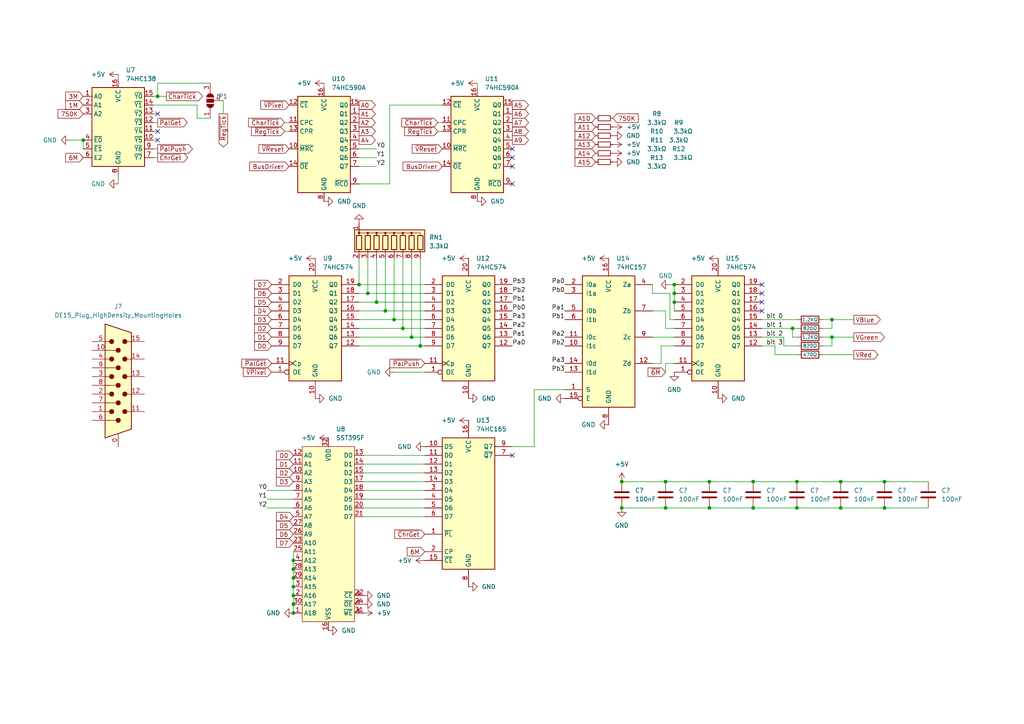
<source format=kicad_sch>
(kicad_sch (version 20230121) (generator eeschema)
  (paper "A4")
  (title_block (title "Video"))
  (lib_symbols
    (symbol "74xx:74HC138"
      (property "Reference" "U" (at -7.62 13.97 0))
      (property "Value" "74HC138" (at 2.54 -11.43 0))
      (symbol "74HC138_0_1"
        (rectangle (start -7.62 12.7) (end 7.62 -10.16) (stroke (width 0.254)) (fill (type background)))
      )
      (symbol "74HC138_1_1"
        (pin input line (at -10.16 10.16 0) (length 2.54) (name "A0") (number "1"))
        (pin output line (at 10.16 -2.54 180) (length 2.54) (name "~{Y5}") (number "10"))
        (pin output line (at 10.16 0 180) (length 2.54) (name "~{Y4}") (number "11"))
        (pin output line (at 10.16 2.54 180) (length 2.54) (name "~{Y3}") (number "12"))
        (pin output line (at 10.16 5.08 180) (length 2.54) (name "~{Y2}") (number "13"))
        (pin output line (at 10.16 7.62 180) (length 2.54) (name "~{Y1}") (number "14"))
        (pin output line (at 10.16 10.16 180) (length 2.54) (name "~{Y0}") (number "15"))
        (pin power_in line (at 0 15.24 270) (length 2.54) (name "VCC") (number "16"))
        (pin input line (at -10.16 7.62 0) (length 2.54) (name "A1") (number "2"))
        (pin input line (at -10.16 5.08 0) (length 2.54) (name "A2") (number "3"))
        (pin input line (at -10.16 -2.54 0) (length 2.54) (name "~{E0}") (number "4"))
        (pin input line (at -10.16 -5.08 0) (length 2.54) (name "~{E1}") (number "5"))
        (pin input line (at -10.16 -7.62 0) (length 2.54) (name "E2") (number "6"))
        (pin output line (at 10.16 -7.62 180) (length 2.54) (name "~{Y7}") (number "7"))
        (pin power_in line (at 0 -12.7 90) (length 2.54) (name "GND") (number "8"))
        (pin output line (at 10.16 -5.08 180) (length 2.54) (name "~{Y6}") (number "9"))
      )
    )
    (symbol "74xx:74HC165"
      (property "Reference" "U" (at -7.62 19.05 0))
      (property "Value" "74HC165" (at -7.62 -21.59 0))
      (symbol "74HC165_1_0"
        (pin input line (at -12.7 -10.16 0) (length 5.08) (name "~{PL}") (number "1"))
        (pin input line (at -12.7 15.24 0) (length 5.08) (name "DS") (number "10"))
        (pin input line (at -12.7 12.7 0) (length 5.08) (name "D0") (number "11"))
        (pin input line (at -12.7 10.16 0) (length 5.08) (name "D1") (number "12"))
        (pin input line (at -12.7 7.62 0) (length 5.08) (name "D2") (number "13"))
        (pin input line (at -12.7 5.08 0) (length 5.08) (name "D3") (number "14"))
        (pin input line (at -12.7 -17.78 0) (length 5.08) (name "~{CE}") (number "15"))
        (pin power_in line (at 0 22.86 270) (length 5.08) (name "VCC") (number "16"))
        (pin input line (at -12.7 -15.24 0) (length 5.08) (name "CP") (number "2"))
        (pin input line (at -12.7 2.54 0) (length 5.08) (name "D4") (number "3"))
        (pin input line (at -12.7 0 0) (length 5.08) (name "D5") (number "4"))
        (pin input line (at -12.7 -2.54 0) (length 5.08) (name "D6") (number "5"))
        (pin input line (at -12.7 -5.08 0) (length 5.08) (name "D7") (number "6"))
        (pin output line (at 12.7 12.7 180) (length 5.08) (name "~{Q7}") (number "7"))
        (pin power_in line (at 0 -25.4 90) (length 5.08) (name "GND") (number "8"))
        (pin output line (at 12.7 15.24 180) (length 5.08) (name "Q7") (number "9"))
      )
      (symbol "74HC165_1_1"
        (rectangle (start -7.62 17.78) (end 7.62 -20.32) (stroke (width 0.254)) (fill (type background)))
      )
    )
    (symbol "74xx:74HC590A"
      (property "Reference" "U" (at -7.62 16.51 0))
      (property "Value" "74HC590A" (at -7.62 -13.97 0))
      (symbol "74HC590A_1_0"
        (pin tri_state line (at 10.16 10.16 180) (length 2.54) (name "Q1") (number "1"))
        (pin input line (at -10.16 0 0) (length 2.54) (name "~{MRC}") (number "10"))
        (pin input line (at -10.16 7.62 0) (length 2.54) (name "CPC") (number "11"))
        (pin input line (at -10.16 12.7 0) (length 2.54) (name "~{CE}") (number "12"))
        (pin input line (at -10.16 5.08 0) (length 2.54) (name "CPR") (number "13"))
        (pin input line (at -10.16 -5.08 0) (length 2.54) (name "~{OE}") (number "14"))
        (pin tri_state line (at 10.16 12.7 180) (length 2.54) (name "Q0") (number "15"))
        (pin power_in line (at 0 17.78 270) (length 2.54) (name "VCC") (number "16"))
        (pin tri_state line (at 10.16 7.62 180) (length 2.54) (name "Q2") (number "2"))
        (pin tri_state line (at 10.16 5.08 180) (length 2.54) (name "Q3") (number "3"))
        (pin tri_state line (at 10.16 2.54 180) (length 2.54) (name "Q4") (number "4"))
        (pin tri_state line (at 10.16 0 180) (length 2.54) (name "Q5") (number "5"))
        (pin tri_state line (at 10.16 -2.54 180) (length 2.54) (name "Q6") (number "6"))
        (pin tri_state line (at 10.16 -5.08 180) (length 2.54) (name "Q7") (number "7"))
        (pin power_in line (at 0 -15.24 90) (length 2.54) (name "GND") (number "8"))
        (pin output line (at 10.16 -10.16 180) (length 2.54) (name "~{RCO}") (number "9"))
      )
      (symbol "74HC590A_1_1"
        (rectangle (start -7.62 15.24) (end 7.62 -12.7) (stroke (width 0.254)) (fill (type background)))
      )
    )
    (symbol "74xx:74HCT574" (pin_names (offset 1.016))
      (property "Reference" "U" (at -7.62 16.51 0))
      (property "Value" "74HCT574" (at -7.62 -16.51 0))
      (symbol "74HCT574_1_0"
        (pin input inverted (at -12.7 -12.7 0) (length 5.08) (name "OE") (number "1"))
        (pin power_in line (at 0 -20.32 90) (length 5.08) (name "GND") (number "10"))
        (pin input clock (at -12.7 -10.16 0) (length 5.08) (name "Cp") (number "11"))
        (pin tri_state line (at 12.7 -5.08 180) (length 5.08) (name "Q7") (number "12"))
        (pin tri_state line (at 12.7 -2.54 180) (length 5.08) (name "Q6") (number "13"))
        (pin tri_state line (at 12.7 0 180) (length 5.08) (name "Q5") (number "14"))
        (pin tri_state line (at 12.7 2.54 180) (length 5.08) (name "Q4") (number "15"))
        (pin tri_state line (at 12.7 5.08 180) (length 5.08) (name "Q3") (number "16"))
        (pin tri_state line (at 12.7 7.62 180) (length 5.08) (name "Q2") (number "17"))
        (pin tri_state line (at 12.7 10.16 180) (length 5.08) (name "Q1") (number "18"))
        (pin tri_state line (at 12.7 12.7 180) (length 5.08) (name "Q0") (number "19"))
        (pin input line (at -12.7 12.7 0) (length 5.08) (name "D0") (number "2"))
        (pin power_in line (at 0 20.32 270) (length 5.08) (name "VCC") (number "20"))
        (pin input line (at -12.7 10.16 0) (length 5.08) (name "D1") (number "3"))
        (pin input line (at -12.7 7.62 0) (length 5.08) (name "D2") (number "4"))
        (pin input line (at -12.7 5.08 0) (length 5.08) (name "D3") (number "5"))
        (pin input line (at -12.7 2.54 0) (length 5.08) (name "D4") (number "6"))
        (pin input line (at -12.7 0 0) (length 5.08) (name "D5") (number "7"))
        (pin input line (at -12.7 -2.54 0) (length 5.08) (name "D6") (number "8"))
        (pin input line (at -12.7 -5.08 0) (length 5.08) (name "D7") (number "9"))
      )
      (symbol "74HCT574_1_1"
        (rectangle (start -7.62 15.24) (end 7.62 -15.24) (stroke (width 0.254)) (fill (type background)))
      )
    )
    (symbol "74xx:74LS157" (pin_names (offset 1.016))
      (property "Reference" "U" (at -7.62 19.05 0))
      (property "Value" "74LS157" (at -7.62 -21.59 0))
      (symbol "74LS157_1_0"
        (pin input line (at -12.7 -15.24 0) (length 5.08) (name "S") (number "1"))
        (pin input line (at -12.7 -2.54 0) (length 5.08) (name "I1c") (number "10"))
        (pin input line (at -12.7 0 0) (length 5.08) (name "I0c") (number "11"))
        (pin output line (at 12.7 -7.62 180) (length 5.08) (name "Zd") (number "12"))
        (pin input line (at -12.7 -10.16 0) (length 5.08) (name "I1d") (number "13"))
        (pin input line (at -12.7 -7.62 0) (length 5.08) (name "I0d") (number "14"))
        (pin input inverted (at -12.7 -17.78 0) (length 5.08) (name "E") (number "15"))
        (pin power_in line (at 0 22.86 270) (length 5.08) (name "VCC") (number "16"))
        (pin input line (at -12.7 15.24 0) (length 5.08) (name "I0a") (number "2"))
        (pin input line (at -12.7 12.7 0) (length 5.08) (name "I1a") (number "3"))
        (pin output line (at 12.7 15.24 180) (length 5.08) (name "Za") (number "4"))
        (pin input line (at -12.7 7.62 0) (length 5.08) (name "I0b") (number "5"))
        (pin input line (at -12.7 5.08 0) (length 5.08) (name "I1b") (number "6"))
        (pin output line (at 12.7 7.62 180) (length 5.08) (name "Zb") (number "7"))
        (pin power_in line (at 0 -25.4 90) (length 5.08) (name "GND") (number "8"))
        (pin output line (at 12.7 0 180) (length 5.08) (name "Zc") (number "9"))
      )
      (symbol "74LS157_1_1"
        (rectangle (start -7.62 17.78) (end 7.62 -20.32) (stroke (width 0.254)) (fill (type background)))
      )
    )
    (symbol "Connector:DE15_Plug_HighDensity_MountingHoles" (pin_names (offset 1.016) hide)
      (property "Reference" "J" (at 0 21.59 0))
      (property "Value" "DE15_Plug_HighDensity_MountingHoles" (at 0 19.05 0))
      (symbol "DE15_Plug_HighDensity_MountingHoles_0_1"
        (circle (center -1.905 -7.62) (radius 0.635) (fill (type outline)))
        (circle (center -1.905 -2.54) (radius 0.635) (fill (type outline)))
        (circle (center -1.905 2.54) (radius 0.635) (fill (type outline)))
        (circle (center -1.905 7.62) (radius 0.635) (fill (type outline)))
        (circle (center -1.905 12.7) (radius 0.635) (fill (type outline)))
        (circle (center 0 -10.16) (radius 0.635) (fill (type outline)))
        (circle (center 0 -5.08) (radius 0.635) (fill (type outline)))
        (polyline (pts (xy -3.175 -5.08) (xy -0.635 -5.08)))
        (polyline (pts (xy -0.635 -10.16) (xy -3.175 -10.16)))
        (polyline (pts (xy -0.635 0) (xy -3.175 0)))
        (polyline (pts (xy -0.635 5.08) (xy -3.175 5.08)))
        (polyline (pts (xy -0.635 10.16) (xy -3.175 10.16)))
        (polyline (pts (xy -3.81 17.78) (xy -3.81 -15.24) (xy 3.81 -12.7) (xy 3.81 15.24) (xy -3.81 17.78)) (stroke (width 0.254)) (fill (type background)))
        (circle (center 0 0) (radius 0.635) (fill (type outline)))
        (circle (center 0 5.08) (radius 0.635) (fill (type outline)))
        (circle (center 0 10.16) (radius 0.635) (fill (type outline)))
        (circle (center 1.905 -7.62) (radius 0.635) (fill (type outline)))
        (circle (center 1.905 -2.54) (radius 0.635) (fill (type outline)))
        (circle (center 1.905 2.54) (radius 0.635) (fill (type outline)))
        (circle (center 1.905 7.62) (radius 0.635) (fill (type outline)))
        (circle (center 1.905 12.7) (radius 0.635) (fill (type outline)))
      )
      (symbol "DE15_Plug_HighDensity_MountingHoles_1_1"
        (pin passive line (at 0 -17.78 90) (length 3.81) (name "~") (number "0"))
        (pin passive line (at -7.62 -7.62 0) (length 5.08) (name "~") (number "1"))
        (pin passive line (at -7.62 10.16 0) (length 5.08) (name "~") (number "10"))
        (pin passive line (at 7.62 -7.62 180) (length 5.08) (name "~") (number "11"))
        (pin passive line (at 7.62 -2.54 180) (length 5.08) (name "~") (number "12"))
        (pin passive line (at 7.62 2.54 180) (length 5.08) (name "~") (number "13"))
        (pin passive line (at 7.62 7.62 180) (length 5.08) (name "~") (number "14"))
        (pin passive line (at 7.62 12.7 180) (length 5.08) (name "~") (number "15"))
        (pin passive line (at -7.62 -2.54 0) (length 5.08) (name "~") (number "2"))
        (pin passive line (at -7.62 2.54 0) (length 5.08) (name "~") (number "3"))
        (pin passive line (at -7.62 7.62 0) (length 5.08) (name "~") (number "4"))
        (pin passive line (at -7.62 12.7 0) (length 5.08) (name "~") (number "5"))
        (pin passive line (at -7.62 -10.16 0) (length 5.08) (name "~") (number "6"))
        (pin passive line (at -7.62 -5.08 0) (length 5.08) (name "~") (number "7"))
        (pin passive line (at -7.62 0 0) (length 5.08) (name "~") (number "8"))
        (pin passive line (at -7.62 5.08 0) (length 5.08) (name "~") (number "9"))
      )
    )
    (symbol "Device:C" (pin_numbers hide) (pin_names (offset 0.254))
      (property "Reference" "C" (at 0.635 2.54 0))
      (property "Value" "C" (at 0.635 -2.54 0))
      (symbol "C_0_1"
        (polyline (pts (xy -2.032 -0.762) (xy 2.032 -0.762)) (stroke (width 0.508)))
        (polyline (pts (xy -2.032 0.762) (xy 2.032 0.762)) (stroke (width 0.508)))
      )
      (symbol "C_1_1"
        (pin passive line (at 0 3.81 270) (length 2.794) (name "~") (number "1"))
        (pin passive line (at 0 -3.81 90) (length 2.794) (name "~") (number "2"))
      )
    )
    (symbol "Device:R" (pin_numbers hide) (pin_names (offset 0))
      (property "Reference" "R" (at 2.032 0 90))
      (property "Value" "R" (at 0 0 90))
      (symbol "R_0_1"
        (rectangle (start -1.016 -2.54) (end 1.016 2.54) (stroke (width 0.254)))
      )
      (symbol "R_1_1"
        (pin passive line (at 0 3.81 270) (length 1.27) (name "~") (number "1"))
        (pin passive line (at 0 -3.81 90) (length 1.27) (name "~") (number "2"))
      )
    )
    (symbol "Device:R_Network08" (pin_names (offset 0) hide)
      (property "Reference" "RN" (at -12.7 0 90))
      (property "Value" "R_Network08" (at 10.16 0 90))
      (symbol "R_Network08_0_1"
        (rectangle (start -11.43 -3.175) (end 8.89 3.175) (stroke (width 0.254)) (fill (type background)))
        (rectangle (start -10.922 1.524) (end -9.398 -2.54) (stroke (width 0.254)))
        (circle (center -10.16 2.286) (radius 0.254) (fill (type outline)))
        (rectangle (start -8.382 1.524) (end -6.858 -2.54) (stroke (width 0.254)))
        (circle (center -7.62 2.286) (radius 0.254) (fill (type outline)))
        (rectangle (start -5.842 1.524) (end -4.318 -2.54) (stroke (width 0.254)))
        (circle (center -5.08 2.286) (radius 0.254) (fill (type outline)))
        (rectangle (start -3.302 1.524) (end -1.778 -2.54) (stroke (width 0.254)))
        (circle (center -2.54 2.286) (radius 0.254) (fill (type outline)))
        (rectangle (start -0.762 1.524) (end 0.762 -2.54) (stroke (width 0.254)))
        (polyline (pts (xy -10.16 -2.54) (xy -10.16 -3.81)))
        (polyline (pts (xy -7.62 -2.54) (xy -7.62 -3.81)))
        (polyline (pts (xy -5.08 -2.54) (xy -5.08 -3.81)))
        (polyline (pts (xy -2.54 -2.54) (xy -2.54 -3.81)))
        (polyline (pts (xy 0 -2.54) (xy 0 -3.81)))
        (polyline (pts (xy 2.54 -2.54) (xy 2.54 -3.81)))
        (polyline (pts (xy 5.08 -2.54) (xy 5.08 -3.81)))
        (polyline (pts (xy 7.62 -2.54) (xy 7.62 -3.81)))
        (polyline (pts (xy -10.16 1.524) (xy -10.16 2.286) (xy -7.62 2.286) (xy -7.62 1.524)))
        (polyline (pts (xy -7.62 1.524) (xy -7.62 2.286) (xy -5.08 2.286) (xy -5.08 1.524)))
        (polyline (pts (xy -5.08 1.524) (xy -5.08 2.286) (xy -2.54 2.286) (xy -2.54 1.524)))
        (polyline (pts (xy -2.54 1.524) (xy -2.54 2.286) (xy 0 2.286) (xy 0 1.524)))
        (polyline (pts (xy 0 1.524) (xy 0 2.286) (xy 2.54 2.286) (xy 2.54 1.524)))
        (polyline (pts (xy 2.54 1.524) (xy 2.54 2.286) (xy 5.08 2.286) (xy 5.08 1.524)))
        (polyline (pts (xy 5.08 1.524) (xy 5.08 2.286) (xy 7.62 2.286) (xy 7.62 1.524)))
        (circle (center 0 2.286) (radius 0.254) (fill (type outline)))
        (rectangle (start 1.778 1.524) (end 3.302 -2.54) (stroke (width 0.254)))
        (circle (center 2.54 2.286) (radius 0.254) (fill (type outline)))
        (rectangle (start 4.318 1.524) (end 5.842 -2.54) (stroke (width 0.254)))
        (circle (center 5.08 2.286) (radius 0.254) (fill (type outline)))
        (rectangle (start 6.858 1.524) (end 8.382 -2.54) (stroke (width 0.254)))
      )
      (symbol "R_Network08_1_1"
        (pin passive line (at -10.16 5.08 270) (length 2.54) (name "common") (number "1"))
        (pin passive line (at -10.16 -5.08 90) (length 1.27) (name "R1") (number "2"))
        (pin passive line (at -7.62 -5.08 90) (length 1.27) (name "R2") (number "3"))
        (pin passive line (at -5.08 -5.08 90) (length 1.27) (name "R3") (number "4"))
        (pin passive line (at -2.54 -5.08 90) (length 1.27) (name "R4") (number "5"))
        (pin passive line (at 0 -5.08 90) (length 1.27) (name "R5") (number "6"))
        (pin passive line (at 2.54 -5.08 90) (length 1.27) (name "R6") (number "7"))
        (pin passive line (at 5.08 -5.08 90) (length 1.27) (name "R7") (number "8"))
        (pin passive line (at 7.62 -5.08 90) (length 1.27) (name "R8") (number "9"))
      )
    )
    (symbol "Device:R_Small" (pin_numbers hide) (pin_names (offset 0.254) hide)
      (property "Reference" "R" (at 0.762 0.508 0))
      (property "Value" "R_Small" (at 0.762 -1.016 0))
      (symbol "R_Small_0_1"
        (rectangle (start -0.762 1.778) (end 0.762 -1.778) (stroke (width 0.2032)))
      )
      (symbol "R_Small_1_1"
        (pin passive line (at 0 2.54 270) (length 0.762) (name "~") (number "1"))
        (pin passive line (at 0 -2.54 90) (length 0.762) (name "~") (number "2"))
      )
    )
    (symbol "Jumper:SolderJumper_3_Open" (pin_names (offset 0) hide)
      (property "Reference" "JP" (at -2.54 -2.54 0))
      (property "Value" "SolderJumper_3_Open" (at 0 2.794 0))
      (symbol "SolderJumper_3_Open_0_1"
        (arc (start -1.016 1.016) (mid -2.0276 0) (end -1.016 -1.016))
        (arc (start -1.016 1.016) (mid -2.0276 0) (end -1.016 -1.016) (fill (type outline)))
        (rectangle (start -0.508 1.016) (end 0.508 -1.016) (fill (type outline)))
        (polyline (pts (xy -2.54 0) (xy -2.032 0)))
        (polyline (pts (xy -1.016 1.016) (xy -1.016 -1.016)))
        (polyline (pts (xy 0 -1.27) (xy 0 -1.016)))
        (polyline (pts (xy 1.016 1.016) (xy 1.016 -1.016)))
        (polyline (pts (xy 2.54 0) (xy 2.032 0)))
        (arc (start 1.016 -1.016) (mid 2.0276 0) (end 1.016 1.016))
        (arc (start 1.016 -1.016) (mid 2.0276 0) (end 1.016 1.016) (fill (type outline)))
      )
      (symbol "SolderJumper_3_Open_1_1"
        (pin passive line (at -5.08 0 0) (length 2.54) (name "A") (number "1"))
        (pin passive line (at 0 -3.81 90) (length 2.54) (name "C") (number "2"))
        (pin passive line (at 5.08 0 180) (length 2.54) (name "B") (number "3"))
      )
    )
    (symbol "Memory_Lib:SST39SF040"
      (property "Reference" "U" (at 11.43 54.61 0))
      (property "Value" "SST39SF040" (at 19.05 52.07 0))
      (symbol "SST39SF040_1_1"
        (rectangle (start 0 50.8) (end 15.24 0) (fill (type background)))
        (pin input line (at -2.54 2.54 0) (length 2.54) (name "A18") (number "1"))
        (pin input line (at -2.54 43.18 0) (length 2.54) (name "A2") (number "10"))
        (pin input line (at -2.54 45.72 0) (length 2.54) (name "A1") (number "11"))
        (pin input line (at -2.54 48.26 0) (length 2.54) (name "A0") (number "12"))
        (pin bidirectional line (at 17.78 48.26 180) (length 2.54) (name "D0") (number "13"))
        (pin bidirectional line (at 17.78 45.72 180) (length 2.54) (name "D1") (number "14"))
        (pin bidirectional line (at 17.78 43.18 180) (length 2.54) (name "D2") (number "15"))
        (pin power_in line (at 7.62 -2.54 90) (length 2.54) (name "VSS") (number "16"))
        (pin bidirectional line (at 17.78 40.64 180) (length 2.54) (name "D3") (number "17"))
        (pin bidirectional line (at 17.78 38.1 180) (length 2.54) (name "D4") (number "18"))
        (pin bidirectional line (at 17.78 35.56 180) (length 2.54) (name "D5") (number "19"))
        (pin input line (at -2.54 7.62 0) (length 2.54) (name "A16") (number "2"))
        (pin bidirectional line (at 17.78 33.02 180) (length 2.54) (name "D6") (number "20"))
        (pin bidirectional line (at 17.78 30.48 180) (length 2.54) (name "D7") (number "21"))
        (pin input input_low (at 17.78 7.62 180) (length 2.54) (name "~{CE}") (number "22"))
        (pin input line (at -2.54 22.86 0) (length 2.54) (name "A10") (number "23"))
        (pin input input_low (at 17.78 5.08 180) (length 2.54) (name "~{OE}") (number "24"))
        (pin input line (at -2.54 20.32 0) (length 2.54) (name "A11") (number "25"))
        (pin input line (at -2.54 25.4 0) (length 2.54) (name "A9") (number "26"))
        (pin input line (at -2.54 27.94 0) (length 2.54) (name "A8") (number "27"))
        (pin input line (at -2.54 15.24 0) (length 2.54) (name "A13") (number "28"))
        (pin input line (at -2.54 12.7 0) (length 2.54) (name "A14") (number "29"))
        (pin input line (at -2.54 10.16 0) (length 2.54) (name "A15") (number "3"))
        (pin input line (at -2.54 5.08 0) (length 2.54) (name "A17") (number "30"))
        (pin input input_low (at 17.78 2.54 180) (length 2.54) (name "~{WE}") (number "31"))
        (pin power_in line (at 7.62 53.34 270) (length 2.54) (name "VDD") (number "32"))
        (pin input line (at -2.54 17.78 0) (length 2.54) (name "A12") (number "4"))
        (pin input line (at -2.54 30.48 0) (length 2.54) (name "A7") (number "5"))
        (pin input line (at -2.54 33.02 0) (length 2.54) (name "A6") (number "6"))
        (pin input line (at -2.54 35.56 0) (length 2.54) (name "A5") (number "7"))
        (pin input line (at -2.54 38.1 0) (length 2.54) (name "A4") (number "8"))
        (pin input line (at -2.54 40.64 0) (length 2.54) (name "A3") (number "9"))
      )
    )
    (symbol "power:+5V" (power) (pin_names (offset 0))
      (property "Value" "+5V" (at 0 3.556 0))
      (symbol "+5V_0_1"
        (polyline (pts (xy -0.762 1.27) (xy 0 2.54)))
        (polyline (pts (xy 0 0) (xy 0 2.54)))
        (polyline (pts (xy 0 2.54) (xy 0.762 1.27)))
      )
      (symbol "+5V_1_1"
        (pin power_in line (at 0 0 90) (length 0) hide (name "+5V") (number "1"))
      )
    )
    (symbol "power:GND" (power) (pin_names (offset 0))
      (property "Value" "GND" (at 0 -3.81 0))
      (symbol "GND_0_1"
        (polyline (pts (xy 0 0) (xy 0 -1.27) (xy 1.27 -1.27) (xy 0 -2.54) (xy -1.27 -1.27) (xy 0 -1.27)))
      )
      (symbol "GND_1_1"
        (pin power_in line (at 0 0 270) (length 0) hide (name "GND") (number "1"))
      )
    )
  )
  (junction (at 85.09 177.8))
  (junction (at 195.58 82.55))
  (junction (at 243.84 147.32))
  (junction (at 104.14 82.55))
  (junction (at 85.09 170.18))
  (junction (at 85.09 165.1))
  (junction (at 241.3 92.71))
  (junction (at 85.09 162.56))
  (junction (at 256.54 147.32))
  (junction (at 205.74 147.32))
  (junction (at 231.14 139.7))
  (junction (at 205.74 139.7))
  (junction (at 85.09 175.26))
  (junction (at 218.44 139.7))
  (junction (at 114.3 92.71))
  (junction (at 256.54 139.7))
  (junction (at 85.09 167.64))
  (junction (at 45.72 27.94))
  (junction (at 121.92 100.33))
  (junction (at 111.76 90.17))
  (junction (at 241.3 97.79))
  (junction (at 85.09 172.72))
  (junction (at 180.34 139.7))
  (junction (at 218.44 147.32))
  (junction (at 116.84 95.25))
  (junction (at 180.34 147.32))
  (junction (at 231.14 147.32))
  (junction (at 195.58 87.63))
  (junction (at 193.04 147.32))
  (junction (at 195.58 85.09))
  (junction (at 109.22 87.63))
  (junction (at 119.38 97.79))
  (junction (at 24.13 40.64))
  (junction (at 243.84 139.7))
  (junction (at 106.68 85.09))
  (junction (at 193.04 139.7))
  (junction (at 229.87 95.25))
  (no_connect (at 45.72 33.02))
  (no_connect (at 220.98 90.17))
  (no_connect (at 220.98 85.09))
  (no_connect (at 45.72 38.1))
  (no_connect (at 220.98 87.63))
  (no_connect (at 220.98 82.55))
  (no_connect (at 148.59 53.34))
  (no_connect (at 148.59 43.18))
  (no_connect (at 148.59 45.72))
  (no_connect (at 148.59 132.08))
  (no_connect (at 45.72 40.64))
  (no_connect (at 148.59 48.26))
  (wire (pts (xy 194.31 85.09) (xy 194.31 92.71)))
  (wire (pts (xy 195.58 82.55) (xy 195.58 85.09)))
  (wire (pts (xy 105.41 142.24) (xy 123.19 142.24)))
  (wire (pts (xy 193.04 107.95) (xy 193.04 105.41)))
  (wire (pts (xy 85.09 160.02) (xy 85.09 162.56)))
  (wire (pts (xy 138.43 24.13) (xy 138.43 25.4)))
  (wire (pts (xy 218.44 147.32) (xy 231.14 147.32)))
  (wire (pts (xy 104.14 53.34) (xy 113.03 53.34)))
  (wire (pts (xy 231.14 97.79) (xy 229.87 97.79)))
  (wire (pts (xy 105.41 149.86) (xy 123.19 149.86)))
  (wire (pts (xy 243.84 147.32) (xy 256.54 147.32)))
  (wire (pts (xy 106.68 85.09) (xy 104.14 85.09)))
  (wire (pts (xy 111.76 74.93) (xy 111.76 90.17)))
  (wire (pts (xy 238.76 95.25) (xy 241.3 95.25)))
  (wire (pts (xy 189.23 105.41) (xy 191.77 105.41)))
  (wire (pts (xy 111.76 90.17) (xy 104.14 90.17)))
  (wire (pts (xy 180.34 147.32) (xy 193.04 147.32)))
  (wire (pts (xy 85.09 172.72) (xy 85.09 175.26)))
  (wire (pts (xy 48.26 27.94) (xy 45.72 27.94)))
  (wire (pts (xy 189.23 85.09) (xy 194.31 85.09)))
  (wire (pts (xy 121.92 100.33) (xy 104.14 100.33)))
  (wire (pts (xy 189.23 82.55) (xy 189.23 85.09)))
  (wire (pts (xy 218.44 139.7) (xy 231.14 139.7)))
  (wire (pts (xy 123.19 107.95) (xy 114.3 107.95)))
  (wire (pts (xy 238.76 92.71) (xy 241.3 92.71)))
  (wire (pts (xy 193.04 139.7) (xy 205.74 139.7)))
  (wire (pts (xy 241.3 97.79) (xy 247.65 97.79)))
  (wire (pts (xy 195.58 87.63) (xy 195.58 90.17)))
  (wire (pts (xy 123.19 90.17) (xy 111.76 90.17)))
  (wire (pts (xy 105.41 134.62) (xy 123.19 134.62)))
  (wire (pts (xy 85.09 162.56) (xy 85.09 165.1)))
  (wire (pts (xy 227.33 100.33) (xy 231.14 100.33)))
  (wire (pts (xy 85.09 167.64) (xy 85.09 170.18)))
  (wire (pts (xy 45.72 33.02) (xy 44.45 33.02)))
  (wire (pts (xy 154.94 129.54) (xy 154.94 113.03)))
  (wire (pts (xy 85.09 165.1) (xy 85.09 167.64)))
  (wire (pts (xy 105.41 132.08) (xy 123.19 132.08)))
  (wire (pts (xy 191.77 100.33) (xy 195.58 100.33)))
  (wire (pts (xy 20.32 40.64) (xy 24.13 40.64)))
  (wire (pts (xy 195.58 95.25) (xy 193.04 95.25)))
  (wire (pts (xy 123.19 82.55) (xy 104.14 82.55)))
  (wire (pts (xy 116.84 74.93) (xy 116.84 95.25)))
  (wire (pts (xy 220.98 92.71) (xy 231.14 92.71)))
  (wire (pts (xy 189.23 90.17) (xy 193.04 90.17)))
  (wire (pts (xy 154.94 113.03) (xy 163.83 113.03)))
  (wire (pts (xy 105.41 139.7) (xy 123.19 139.7)))
  (wire (pts (xy 77.47 147.32) (xy 85.09 147.32)))
  (wire (pts (xy 227.33 97.79) (xy 227.33 100.33)))
  (wire (pts (xy 109.22 43.18) (xy 104.14 43.18)))
  (wire (pts (xy 123.19 100.33) (xy 121.92 100.33)))
  (wire (pts (xy 85.09 175.26) (xy 85.09 177.8)))
  (wire (pts (xy 114.3 92.71) (xy 104.14 92.71)))
  (wire (pts (xy 180.34 139.7) (xy 193.04 139.7)))
  (wire (pts (xy 231.14 147.32) (xy 243.84 147.32)))
  (wire (pts (xy 104.14 74.93) (xy 104.14 82.55)))
  (wire (pts (xy 220.98 97.79) (xy 227.33 97.79)))
  (wire (pts (xy 123.19 97.79) (xy 119.38 97.79)))
  (wire (pts (xy 106.68 74.93) (xy 106.68 85.09)))
  (wire (pts (xy 241.3 92.71) (xy 241.3 95.25)))
  (wire (pts (xy 191.77 105.41) (xy 191.77 100.33)))
  (wire (pts (xy 77.47 142.24) (xy 85.09 142.24)))
  (wire (pts (xy 229.87 95.25) (xy 231.14 95.25)))
  (wire (pts (xy 241.3 92.71) (xy 247.65 92.71)))
  (wire (pts (xy 45.72 27.94) (xy 44.45 27.94)))
  (wire (pts (xy 45.72 43.18) (xy 44.45 43.18)))
  (wire (pts (xy 127 35.56) (xy 128.27 35.56)))
  (wire (pts (xy 123.19 92.71) (xy 114.3 92.71)))
  (wire (pts (xy 116.84 95.25) (xy 104.14 95.25)))
  (wire (pts (xy 34.29 21.59) (xy 34.29 22.86)))
  (wire (pts (xy 194.31 82.55) (xy 195.58 82.55)))
  (wire (pts (xy 45.72 40.64) (xy 44.45 40.64)))
  (wire (pts (xy 224.79 100.33) (xy 224.79 102.87)))
  (wire (pts (xy 224.79 102.87) (xy 231.14 102.87)))
  (wire (pts (xy 256.54 139.7) (xy 269.24 139.7)))
  (wire (pts (xy 148.59 129.54) (xy 154.94 129.54)))
  (wire (pts (xy 193.04 95.25) (xy 193.04 90.17)))
  (wire (pts (xy 45.72 24.13) (xy 45.72 27.94)))
  (wire (pts (xy 123.19 85.09) (xy 106.68 85.09)))
  (wire (pts (xy 121.92 74.93) (xy 121.92 100.33)))
  (wire (pts (xy 194.31 92.71) (xy 195.58 92.71)))
  (wire (pts (xy 34.29 53.34) (xy 34.29 50.8)))
  (wire (pts (xy 238.76 97.79) (xy 241.3 97.79)))
  (wire (pts (xy 45.72 35.56) (xy 44.45 35.56)))
  (wire (pts (xy 229.87 95.25) (xy 229.87 97.79)))
  (wire (pts (xy 127 38.1) (xy 128.27 38.1)))
  (wire (pts (xy 82.55 38.1) (xy 83.82 38.1)))
  (wire (pts (xy 60.96 34.29) (xy 57.15 34.29)))
  (wire (pts (xy 119.38 97.79) (xy 104.14 97.79)))
  (wire (pts (xy 113.03 30.48) (xy 128.27 30.48)))
  (wire (pts (xy 57.15 34.29) (xy 57.15 30.48)))
  (wire (pts (xy 105.41 144.78) (xy 123.19 144.78)))
  (wire (pts (xy 45.72 45.72) (xy 44.45 45.72)))
  (wire (pts (xy 44.45 30.48) (xy 57.15 30.48)))
  (wire (pts (xy 114.3 74.93) (xy 114.3 92.71)))
  (wire (pts (xy 109.22 74.93) (xy 109.22 87.63)))
  (wire (pts (xy 24.13 40.64) (xy 24.13 43.18)))
  (wire (pts (xy 195.58 85.09) (xy 195.58 87.63)))
  (wire (pts (xy 238.76 102.87) (xy 247.65 102.87)))
  (wire (pts (xy 238.76 100.33) (xy 241.3 100.33)))
  (wire (pts (xy 60.96 24.13) (xy 45.72 24.13)))
  (wire (pts (xy 64.77 33.02) (xy 64.77 29.21)))
  (wire (pts (xy 45.72 38.1) (xy 44.45 38.1)))
  (wire (pts (xy 119.38 74.93) (xy 119.38 97.79)))
  (wire (pts (xy 82.55 35.56) (xy 83.82 35.56)))
  (wire (pts (xy 105.41 137.16) (xy 123.19 137.16)))
  (wire (pts (xy 220.98 95.25) (xy 229.87 95.25)))
  (wire (pts (xy 85.09 170.18) (xy 85.09 172.72)))
  (wire (pts (xy 205.74 139.7) (xy 218.44 139.7)))
  (wire (pts (xy 109.22 45.72) (xy 104.14 45.72)))
  (wire (pts (xy 231.14 139.7) (xy 243.84 139.7)))
  (wire (pts (xy 205.74 147.32) (xy 218.44 147.32)))
  (wire (pts (xy 105.41 147.32) (xy 123.19 147.32)))
  (wire (pts (xy 193.04 147.32) (xy 205.74 147.32)))
  (wire (pts (xy 189.23 97.79) (xy 195.58 97.79)))
  (wire (pts (xy 109.22 87.63) (xy 104.14 87.63)))
  (wire (pts (xy 123.19 95.25) (xy 116.84 95.25)))
  (wire (pts (xy 256.54 147.32) (xy 269.24 147.32)))
  (wire (pts (xy 77.47 144.78) (xy 85.09 144.78)))
  (wire (pts (xy 113.03 53.34) (xy 113.03 30.48)))
  (wire (pts (xy 193.04 105.41) (xy 195.58 105.41)))
  (wire (pts (xy 93.98 24.13) (xy 93.98 25.4)))
  (wire (pts (xy 241.3 100.33) (xy 241.3 97.79)))
  (wire (pts (xy 220.98 100.33) (xy 224.79 100.33)))
  (wire (pts (xy 243.84 139.7) (xy 256.54 139.7)))
  (wire (pts (xy 109.22 48.26) (xy 104.14 48.26)))
  (wire (pts (xy 123.19 87.63) (xy 109.22 87.63)))
  (label "Pa1" (at 148.59 97.79 0))
  (label "Y0" (at 77.47 142.24 180))
  (label "Pa2" (at 148.59 95.25 0))
  (label "bit 0" (at 222.25 92.71 0))
  (label "Pb0" (at 148.59 90.17 0))
  (label "Pb2" (at 148.59 85.09 0))
  (label "Pa3" (at 163.83 105.41 180))
  (label "Pb3" (at 163.83 107.95 180))
  (label "bit 2" (at 222.25 97.79 0))
  (label "Y1" (at 109.22 45.72 0))
  (label "bit 1" (at 222.25 95.25 0))
  (label "Pa2" (at 163.83 97.79 180))
  (label "Y0" (at 109.22 43.18 0))
  (label "Pa0" (at 148.59 100.33 0))
  (label "Pb0" (at 163.83 85.09 180))
  (label "Pb1" (at 148.59 87.63 0))
  (label "Y1" (at 77.47 144.78 180))
  (label "Y2" (at 77.47 147.32 180))
  (label "Pb1" (at 163.83 92.71 180))
  (label "Pa0" (at 163.83 82.55 180))
  (label "Pa3" (at 148.59 92.71 0))
  (label "Pb3" (at 148.59 82.55 0))
  (label "Pb2" (at 163.83 100.33 180))
  (label "Pa1" (at 163.83 90.17 180))
  (label "Y2" (at 109.22 48.26 0))
  (label "bit 3" (at 222.25 100.33 0))
  (global_label "A10" (shape input) (at 172.72 34.29 180) (property "Intersheetrefs" "${INTERSHEET_REFS}" (effects hide)))
  (global_label "D4" (shape input) (at 78.74 90.17 180) (property "Intersheetrefs" "${INTERSHEET_REFS}" (effects hide)))
  (global_label "A4" (shape output) (at 104.14 40.64 0) (property "Intersheetrefs" "${INTERSHEET_REFS}" (effects hide)))
  (global_label "A14" (shape input) (at 172.72 44.45 180) (property "Intersheetrefs" "${INTERSHEET_REFS}" (effects hide)))
  (global_label "A0" (shape output) (at 104.14 30.48 0) (property "Intersheetrefs" "${INTERSHEET_REFS}" (effects hide)))
  (global_label "~{VPixel}" (shape input) (at 83.82 30.48 180) (property "Intersheetrefs" "${INTERSHEET_REFS}" (effects hide)))
  (global_label "6M" (shape input) (at 24.13 45.72 180) (property "Intersheetrefs" "${INTERSHEET_REFS}" (effects hide)))
  (global_label "VGreen" (shape output) (at 247.65 97.79 0) (property "Intersheetrefs" "${INTERSHEET_REFS}" (effects hide)))
  (global_label "~{RegTick}" (shape input) (at 82.55 38.1 180) (property "Intersheetrefs" "${INTERSHEET_REFS}" (effects hide)))
  (global_label "~{PalPush}" (shape input) (at 123.19 105.41 180) (property "Intersheetrefs" "${INTERSHEET_REFS}" (effects hide)))
  (global_label "VRed" (shape output) (at 247.65 102.87 0) (property "Intersheetrefs" "${INTERSHEET_REFS}" (effects hide)))
  (global_label "BusDriver" (shape input) (at 128.27 48.26 180) (property "Intersheetrefs" "${INTERSHEET_REFS}" (effects hide)))
  (global_label "D3" (shape input) (at 78.74 92.71 180) (property "Intersheetrefs" "${INTERSHEET_REFS}" (effects hide)))
  (global_label "~{PalGet}" (shape output) (at 45.72 35.56 0) (property "Intersheetrefs" "${INTERSHEET_REFS}" (effects hide)))
  (global_label "~{CharTick}" (shape output) (at 48.26 27.94 0) (property "Intersheetrefs" "${INTERSHEET_REFS}" (effects hide)))
  (global_label "D2" (shape input) (at 85.09 137.16 180) (property "Intersheetrefs" "${INTERSHEET_REFS}" (effects hide)))
  (global_label "A11" (shape input) (at 172.72 36.83 180) (property "Intersheetrefs" "${INTERSHEET_REFS}" (effects hide)))
  (global_label "~{VReset}" (shape input) (at 83.82 43.18 180) (property "Intersheetrefs" "${INTERSHEET_REFS}" (effects hide)))
  (global_label "~{RegTick}" (shape input) (at 127 38.1 180) (property "Intersheetrefs" "${INTERSHEET_REFS}" (effects hide)))
  (global_label "~{CharTick}" (shape input) (at 127 35.56 180) (property "Intersheetrefs" "${INTERSHEET_REFS}" (effects hide)))
  (global_label "D4" (shape input) (at 85.09 149.86 180) (property "Intersheetrefs" "${INTERSHEET_REFS}" (effects hide)))
  (global_label "~{ChrGet}" (shape input) (at 123.19 154.94 180) (property "Intersheetrefs" "${INTERSHEET_REFS}" (effects hide)))
  (global_label "A9" (shape output) (at 148.59 40.64 0) (property "Intersheetrefs" "${INTERSHEET_REFS}" (effects hide)))
  (global_label "D0" (shape input) (at 78.74 100.33 180) (property "Intersheetrefs" "${INTERSHEET_REFS}" (effects hide)))
  (global_label "D5" (shape input) (at 85.09 152.4 180) (property "Intersheetrefs" "${INTERSHEET_REFS}" (effects hide)))
  (global_label "1M" (shape input) (at 24.13 30.48 180) (property "Intersheetrefs" "${INTERSHEET_REFS}" (effects hide)))
  (global_label "~{CharTick}" (shape input) (at 82.55 35.56 180) (property "Intersheetrefs" "${INTERSHEET_REFS}" (effects hide)))
  (global_label "A1" (shape output) (at 104.14 33.02 0) (property "Intersheetrefs" "${INTERSHEET_REFS}" (effects hide)))
  (global_label "D5" (shape input) (at 78.74 87.63 180) (property "Intersheetrefs" "${INTERSHEET_REFS}" (effects hide)))
  (global_label "D1" (shape input) (at 85.09 134.62 180) (property "Intersheetrefs" "${INTERSHEET_REFS}" (effects hide)))
  (global_label "A2" (shape output) (at 104.14 35.56 0) (property "Intersheetrefs" "${INTERSHEET_REFS}" (effects hide)))
  (global_label "D3" (shape input) (at 85.09 139.7 180) (property "Intersheetrefs" "${INTERSHEET_REFS}" (effects hide)))
  (global_label "A5" (shape output) (at 148.59 30.48 0) (property "Intersheetrefs" "${INTERSHEET_REFS}" (effects hide)))
  (global_label "D2" (shape input) (at 78.74 95.25 180) (property "Intersheetrefs" "${INTERSHEET_REFS}" (effects hide)))
  (global_label "D6" (shape input) (at 78.74 85.09 180) (property "Intersheetrefs" "${INTERSHEET_REFS}" (effects hide)))
  (global_label "~{PalPush}" (shape output) (at 45.72 43.18 0) (property "Intersheetrefs" "${INTERSHEET_REFS}" (effects hide)))
  (global_label "~{VReset}" (shape input) (at 128.27 43.18 180) (property "Intersheetrefs" "${INTERSHEET_REFS}" (effects hide)))
  (global_label "~{VPixel}" (shape input) (at 78.74 107.95 180) (property "Intersheetrefs" "${INTERSHEET_REFS}" (effects hide)))
  (global_label "VBlue" (shape output) (at 247.65 92.71 0) (property "Intersheetrefs" "${INTERSHEET_REFS}" (effects hide)))
  (global_label "~{ChrGet}" (shape output) (at 45.72 45.72 0) (property "Intersheetrefs" "${INTERSHEET_REFS}" (effects hide)))
  (global_label "A6" (shape output) (at 148.59 33.02 0) (property "Intersheetrefs" "${INTERSHEET_REFS}" (effects hide)))
  (global_label "750K" (shape input) (at 24.13 33.02 180) (property "Intersheetrefs" "${INTERSHEET_REFS}" (effects hide)))
  (global_label "750K" (shape input) (at 177.8 34.29 0) (property "Intersheetrefs" "${INTERSHEET_REFS}" (effects hide)))
  (global_label "D7" (shape input) (at 78.74 82.55 180) (property "Intersheetrefs" "${INTERSHEET_REFS}" (effects hide)))
  (global_label "BusDriver" (shape input) (at 83.82 48.26 180) (property "Intersheetrefs" "${INTERSHEET_REFS}" (effects hide)))
  (global_label "~{6M}" (shape input) (at 193.04 107.95 180) (property "Intersheetrefs" "${INTERSHEET_REFS}" (effects hide)))
  (global_label "A12" (shape input) (at 172.72 39.37 180) (property "Intersheetrefs" "${INTERSHEET_REFS}" (effects hide)))
  (global_label "A8" (shape output) (at 148.59 38.1 0) (property "Intersheetrefs" "${INTERSHEET_REFS}" (effects hide)))
  (global_label "6M" (shape input) (at 123.19 160.02 180) (property "Intersheetrefs" "${INTERSHEET_REFS}" (effects hide)))
  (global_label "~{RegTick}" (shape output) (at 64.77 33.02 270) (property "Intersheetrefs" "${INTERSHEET_REFS}" (effects hide)))
  (global_label "~{PalGet}" (shape input) (at 78.74 105.41 180) (property "Intersheetrefs" "${INTERSHEET_REFS}" (effects hide)))
  (global_label "D7" (shape input) (at 85.09 157.48 180) (property "Intersheetrefs" "${INTERSHEET_REFS}" (effects hide)))
  (global_label "A13" (shape input) (at 172.72 41.91 180) (property "Intersheetrefs" "${INTERSHEET_REFS}" (effects hide)))
  (global_label "A15" (shape input) (at 172.72 46.99 180) (property "Intersheetrefs" "${INTERSHEET_REFS}" (effects hide)))
  (global_label "A7" (shape output) (at 148.59 35.56 0) (property "Intersheetrefs" "${INTERSHEET_REFS}" (effects hide)))
  (global_label "3M" (shape input) (at 24.13 27.94 180) (property "Intersheetrefs" "${INTERSHEET_REFS}" (effects hide)))
  (global_label "D0" (shape input) (at 85.09 132.08 180) (property "Intersheetrefs" "${INTERSHEET_REFS}" (effects hide)))
  (global_label "D1" (shape input) (at 78.74 97.79 180) (property "Intersheetrefs" "${INTERSHEET_REFS}" (effects hide)))
  (global_label "A3" (shape output) (at 104.14 38.1 0) (property "Intersheetrefs" "${INTERSHEET_REFS}" (effects hide)))
  (global_label "D6" (shape input) (at 85.09 154.94 180) (property "Intersheetrefs" "${INTERSHEET_REFS}" (effects hide)))
  (symbol (lib_id "power:GND") (at 208.28 115.57 90) (unit 1)
    (property "Reference" "#PWR015" (effects hide))
    (property "Value" "GND" (at 212.09 115.57 90) (effects (justify right)))
  )
  (symbol (lib_id "74xx:74HC165") (at 135.89 144.78 0) (unit 1)
    (property "Reference" "U13" (at 138.0841 121.92 0) (effects (justify left)))
    (property "Value" "74HC165" (at 138.0841 124.46 0) (effects (justify left)))
    (property "Footprint" "PCM_Package_DIP_AKL:DIP-16_W7.62mm_Socket_LongPads" (effects hide))
    (property "Datasheet" "https://assets.nexperia.com/documents/data-sheet/74HC_HCT165.pdf" (effects hide))
  )
  (symbol (lib_id "power:GND") (at 20.32 40.64 270) (unit 1)
    (property "Reference" "#PWR015" (effects hide))
    (property "Value" "GND" (at 16.51 40.64 90) (effects (justify right)))
  )
  (symbol (lib_id "74xx:74HCT574") (at 135.89 95.25 0) (unit 1)
    (property "Reference" "U12" (at 138.0841 74.93 0) (effects (justify left)))
    (property "Value" "74HC574" (at 138.0841 77.47 0) (effects (justify left)))
    (property "Footprint" "PCM_Package_DIP_AKL:DIP-20_W7.62mm_Socket_LongPads" (effects hide))
    (property "Datasheet" "http://www.ti.com/lit/gpn/sn74HCT574" (effects hide))
  )
  (symbol (lib_id "power:GND") (at 135.89 115.57 90) (unit 1)
    (property "Reference" "#PWR015" (effects hide))
    (property "Value" "GND" (at 139.7 115.57 90) (effects (justify right)))
  )
  (symbol (lib_id "Device:R_Small") (at 175.26 36.83 90) (unit 1)
    (property "Reference" "R9" (at 196.85 35.56 90))
    (property "Value" "3.3kΩ" (at 198.12 38.1 90))
    (property "Footprint" "Resistor_THT:R_Axial_DIN0204_L3.6mm_D1.6mm_P7.62mm_Horizontal" (effects hide))
  )
  (symbol (lib_id "Jumper:SolderJumper_3_Open") (at 60.96 29.21 90) (unit 1)
    (property "Reference" "JP1" (at 66.04 27.94 90) (effects (justify left)))
    (property "Value" "SolderJumper_3_Open" (effects hide))
    (property "Footprint" "Jumper:SolderJumper-3_P1.3mm_Open_Pad1.0x1.5mm" (effects hide))
  )
  (symbol (lib_id "74xx:74HCT574") (at 208.28 95.25 0) (unit 1)
    (property "Reference" "U15" (at 210.4741 74.93 0) (effects (justify left)))
    (property "Value" "74HC574" (at 210.4741 77.47 0) (effects (justify left)))
    (property "Footprint" "PCM_Package_DIP_AKL:DIP-20_W7.62mm_Socket_LongPads" (effects hide))
    (property "Datasheet" "http://www.ti.com/lit/gpn/sn74HCT574" (effects hide))
  )
  (symbol (lib_id "power:GND") (at 34.29 53.34 270) (unit 1)
    (property "Reference" "#PWR015" (effects hide))
    (property "Value" "GND" (at 30.48 53.34 90) (effects (justify right)))
  )
  (symbol (lib_id "power:+5V") (at 105.41 177.8 270) (unit 1)
    (property "Reference" "#PWR017" (effects hide))
    (property "Value" "+5V" (at 109.22 177.8 90) (effects (justify left)))
  )
  (symbol (lib_id "power:GND") (at 195.58 107.95 0) (unit 1)
    (property "Reference" "#PWR015" (effects hide))
    (property "Value" "GND" (at 195.58 113.03 0))
  )
  (symbol (lib_id "Device:C") (at 193.04 143.51 0) (unit 1)
    (property "Reference" "C?" (at 196.85 142.24 0) (effects (justify left)))
    (property "Value" "100nF" (at 196.85 144.78 0) (effects (justify left)))
    (property "Footprint" "Capacitor_THT:C_Disc_D3.0mm_W2.0mm_P2.50mm" (effects hide))
  )
  (symbol (lib_id "power:+5V") (at 135.89 74.93 90) (unit 1)
    (property "Reference" "#PWR017" (effects hide))
    (property "Value" "+5V" (at 132.08 74.93 90) (effects (justify left)))
  )
  (symbol (lib_id "74xx:74HCT574") (at 91.44 95.25 0) (unit 1)
    (property "Reference" "U9" (at 93.6341 74.93 0) (effects (justify left)))
    (property "Value" "74HC574" (at 93.6341 77.47 0) (effects (justify left)))
    (property "Footprint" "PCM_Package_DIP_AKL:DIP-20_W7.62mm_Socket_LongPads" (effects hide))
    (property "Datasheet" "http://www.ti.com/lit/gpn/sn74HCT574" (effects hide))
  )
  (symbol (lib_id "Device:C") (at 180.34 143.51 0) (unit 1)
    (property "Reference" "C?" (at 184.15 142.24 0) (effects (justify left)))
    (property "Value" "100nF" (at 184.15 144.78 0) (effects (justify left)))
    (property "Footprint" "Capacitor_THT:C_Disc_D3.0mm_W2.0mm_P2.50mm" (effects hide))
  )
  (symbol (lib_id "power:+5V") (at 123.19 162.56 90) (unit 1)
    (property "Reference" "#PWR017" (effects hide))
    (property "Value" "+5V" (at 119.38 162.56 90) (effects (justify left)))
  )
  (symbol (lib_id "Device:C") (at 256.54 143.51 0) (unit 1)
    (property "Reference" "C?" (at 260.35 142.24 0) (effects (justify left)))
    (property "Value" "100nF" (at 260.35 144.78 0) (effects (justify left)))
    (property "Footprint" "Capacitor_THT:C_Disc_D3.0mm_W2.0mm_P2.50mm" (effects hide))
  )
  (symbol (lib_id "power:+5V") (at 135.89 121.92 90) (unit 1)
    (property "Reference" "#PWR017" (effects hide))
    (property "Value" "+5V" (at 132.08 121.92 90) (effects (justify left)))
  )
  (symbol (lib_id "power:GND") (at 163.83 115.57 270) (unit 1)
    (property "Reference" "#PWR015" (effects hide))
    (property "Value" "GND" (at 160.02 115.57 90) (effects (justify right)))
  )
  (symbol (lib_id "Device:C") (at 231.14 143.51 0) (unit 1)
    (property "Reference" "C?" (at 234.95 142.24 0) (effects (justify left)))
    (property "Value" "100nF" (at 234.95 144.78 0) (effects (justify left)))
    (property "Footprint" "Capacitor_THT:C_Disc_D3.0mm_W2.0mm_P2.50mm" (effects hide))
  )
  (symbol (lib_id "Device:C") (at 218.44 143.51 0) (unit 1)
    (property "Reference" "C?" (at 222.25 142.24 0) (effects (justify left)))
    (property "Value" "100nF" (at 222.25 144.78 0) (effects (justify left)))
    (property "Footprint" "Capacitor_THT:C_Disc_D3.0mm_W2.0mm_P2.50mm" (effects hide))
  )
  (symbol (lib_id "Device:R") (at 234.95 92.71 90) (unit 1)
    (property "Reference" "R14" (effects hide))
    (property "Value" "1.2KΩ" (at 234.95 92.71 90) (effects (font (size 1 1))))
    (property "Footprint" "Resistor_THT:R_Axial_DIN0204_L3.6mm_D1.6mm_P7.62mm_Horizontal" (effects hide))
  )
  (symbol (lib_id "Device:C") (at 243.84 143.51 0) (unit 1)
    (property "Reference" "C?" (at 247.65 142.24 0) (effects (justify left)))
    (property "Value" "100nF" (at 247.65 144.78 0) (effects (justify left)))
    (property "Footprint" "Capacitor_THT:C_Disc_D3.0mm_W2.0mm_P2.50mm" (effects hide))
  )
  (symbol (lib_id "Device:R") (at 234.95 97.79 90) (unit 1)
    (property "Reference" "R16" (effects hide))
    (property "Value" "1.2KΩ" (at 234.95 97.79 90) (effects (font (size 1 1))))
    (property "Footprint" "Resistor_THT:R_Axial_DIN0204_L3.6mm_D1.6mm_P7.62mm_Horizontal" (effects hide))
  )
  (symbol (lib_id "power:+5V") (at 177.8 41.91 270) (unit 1)
    (property "Reference" "#PWR017" (effects hide))
    (property "Value" "+5V" (at 181.61 41.91 90) (effects (justify left)))
  )
  (symbol (lib_id "power:GND") (at 177.8 46.99 90) (unit 1)
    (property "Reference" "#PWR015" (effects hide))
    (property "Value" "GND" (at 181.61 46.99 90) (effects (justify right)))
  )
  (symbol (lib_id "power:+5V") (at 208.28 74.93 90) (unit 1)
    (property "Reference" "#PWR017" (effects hide))
    (property "Value" "+5V" (at 204.47 74.93 90) (effects (justify left)))
  )
  (symbol (lib_id "power:+5V") (at 138.43 24.13 90) (unit 1)
    (property "Reference" "#PWR017" (effects hide))
    (property "Value" "+5V" (at 134.62 24.13 90) (effects (justify left)))
  )
  (symbol (lib_id "Device:R_Small") (at 175.26 39.37 90) (unit 1)
    (property "Reference" "R10" (at 190.5 38.1 90))
    (property "Value" "3.3kΩ" (at 196.85 40.64 90))
    (property "Footprint" "Resistor_THT:R_Axial_DIN0204_L3.6mm_D1.6mm_P7.62mm_Horizontal" (effects hide))
  )
  (symbol (lib_id "Device:R_Small") (at 175.26 41.91 90) (unit 1)
    (property "Reference" "R11" (at 190.5 40.64 90))
    (property "Value" "3.3kΩ" (at 190.5 43.18 90))
    (property "Footprint" "Resistor_THT:R_Axial_DIN0204_L3.6mm_D1.6mm_P7.62mm_Horizontal" (effects hide))
  )
  (symbol (lib_id "power:GND") (at 176.53 123.19 270) (unit 1)
    (property "Reference" "#PWR015" (effects hide))
    (property "Value" "GND" (at 172.72 123.19 90) (effects (justify right)))
  )
  (symbol (lib_id "power:GND") (at 135.89 170.18 90) (unit 1)
    (property "Reference" "#PWR015" (effects hide))
    (property "Value" "GND" (at 139.7 170.18 90) (effects (justify right)))
  )
  (symbol (lib_id "power:GND") (at 180.34 147.32 0) (unit 1)
    (property "Reference" "#PWR0135" (effects hide))
    (property "Value" "GND" (at 180.34 152.4 0))
  )
  (symbol (lib_id "power:GND") (at 123.19 129.54 270) (unit 1)
    (property "Reference" "#PWR015" (effects hide))
    (property "Value" "GND" (at 119.38 129.54 90) (effects (justify right)))
  )
  (symbol (lib_id "74xx:74HC590A") (at 93.98 43.18 0) (unit 1)
    (property "Reference" "U10" (at 96.1741 22.86 0) (effects (justify left)))
    (property "Value" "74HC590A" (at 96.1741 25.4 0) (effects (justify left)))
    (property "Footprint" "PCM_Package_DIP_AKL:DIP-16_W7.62mm_Socket_LongPads" (effects hide))
    (property "Datasheet" "http://www.ti.com/lit/ds/symlink/sn74hc590a.pdf" (effects hide))
  )
  (symbol (lib_id "power:GND") (at 91.44 115.57 90) (unit 1)
    (property "Reference" "#PWR015" (effects hide))
    (property "Value" "GND" (at 95.25 115.57 90) (effects (justify right)))
  )
  (symbol (lib_id "power:+5V") (at 180.34 139.7 0) (unit 1)
    (property "Reference" "#PWR0136" (effects hide))
    (property "Value" "+5V" (at 180.34 134.62 0))
  )
  (symbol (lib_id "power:GND") (at 177.8 39.37 90) (unit 1)
    (property "Reference" "#PWR015" (effects hide))
    (property "Value" "GND" (at 181.61 39.37 90) (effects (justify right)))
  )
  (symbol (lib_id "Device:R") (at 234.95 102.87 90) (unit 1)
    (property "Reference" "R18" (effects hide))
    (property "Value" "470Ω" (at 234.95 102.87 90) (effects (font (size 1 1))))
    (property "Footprint" "Resistor_THT:R_Axial_DIN0204_L3.6mm_D1.6mm_P7.62mm_Horizontal" (effects hide))
  )
  (symbol (lib_id "Device:R") (at 234.95 95.25 90) (unit 1)
    (property "Reference" "R15" (effects hide))
    (property "Value" "820Ω" (at 234.95 95.25 90) (effects (font (size 1 1))))
    (property "Footprint" "Resistor_THT:R_Axial_DIN0204_L3.6mm_D1.6mm_P7.62mm_Horizontal" (effects hide))
  )
  (symbol (lib_id "power:+5V") (at 34.29 21.59 90) (unit 1)
    (property "Reference" "#PWR017" (effects hide))
    (property "Value" "+5V" (at 30.48 21.59 90) (effects (justify left)))
  )
  (symbol (lib_id "Device:R_Small") (at 175.26 46.99 90) (unit 1)
    (property "Reference" "R13" (at 190.5 45.72 90))
    (property "Value" "3.3kΩ" (at 190.5 48.26 90))
    (property "Footprint" "Resistor_THT:R_Axial_DIN0204_L3.6mm_D1.6mm_P7.62mm_Horizontal" (effects hide))
  )
  (symbol (lib_id "Connector:DE15_Plug_HighDensity_MountingHoles") (at 34.29 111.76 0) (unit 1)
    (property "Reference" "J7" (at 34.29 88.9 0))
    (property "Value" "DE15_Plug_HighDensity_MountingHoles" (at 34.29 91.44 0))
    (property "Footprint" "Connector_Dsub:DSUB-15-HD_Female_Horizontal_P2.29x1.98mm_EdgePinOffset3.03mm_Housed_MountingHolesOffset4.94mm" (effects hide))
    (property "Datasheet" " ~" (effects hide))
  )
  (symbol (lib_id "power:+5V") (at 91.44 74.93 90) (unit 1)
    (property "Reference" "#PWR017" (effects hide))
    (property "Value" "+5V" (at 87.63 74.93 90) (effects (justify left)))
  )
  (symbol (lib_id "74xx:74HC590A") (at 138.43 43.18 0) (unit 1)
    (property "Reference" "U11" (at 140.6241 22.86 0) (effects (justify left)))
    (property "Value" "74HC590A" (at 140.6241 25.4 0) (effects (justify left)))
    (property "Footprint" "PCM_Package_DIP_AKL:DIP-16_W7.62mm_Socket_LongPads" (effects hide))
    (property "Datasheet" "http://www.ti.com/lit/ds/symlink/sn74hc590a.pdf" (effects hide))
  )
  (symbol (lib_id "power:+5V") (at 95.25 127 90) (unit 1)
    (property "Reference" "#PWR017" (effects hide))
    (property "Value" "+5V" (at 91.44 127 90) (effects (justify left)))
  )
  (symbol (lib_id "power:GND") (at 95.25 182.88 90) (unit 1)
    (property "Reference" "#PWR015" (effects hide))
    (property "Value" "GND" (at 99.06 182.88 90) (effects (justify right)))
  )
  (symbol (lib_id "Device:C") (at 269.24 143.51 0) (unit 1)
    (property "Reference" "C?" (at 273.05 142.24 0) (effects (justify left)))
    (property "Value" "100nF" (at 273.05 144.78 0) (effects (justify left)))
    (property "Footprint" "Capacitor_THT:C_Disc_D3.0mm_W2.0mm_P2.50mm" (effects hide))
  )
  (symbol (lib_id "power:GND") (at 105.41 172.72 90) (unit 1)
    (property "Reference" "#PWR015" (effects hide))
    (property "Value" "GND" (at 109.22 172.72 90) (effects (justify right)))
  )
  (symbol (lib_id "74xx:74LS157") (at 176.53 97.79 0) (unit 1)
    (property "Reference" "U14" (at 178.7241 74.93 0) (effects (justify left)))
    (property "Value" "74HC157" (at 178.7241 77.47 0) (effects (justify left)))
    (property "Footprint" "PCM_Package_DIP_AKL:DIP-16_W7.62mm_Socket_LongPads" (effects hide))
    (property "Datasheet" "http://www.ti.com/lit/gpn/sn74LS157" (effects hide))
  )
  (symbol (lib_id "power:GND") (at 105.41 175.26 90) (unit 1)
    (property "Reference" "#PWR015" (effects hide))
    (property "Value" "GND" (at 109.22 175.26 90) (effects (justify right)))
  )
  (symbol (lib_id "Memory_Lib:SST39SF040") (at 87.63 180.34 0) (unit 1)
    (property "Reference" "U8" (at 97.4441 124.46 0) (effects (justify left)))
    (property "Value" "SST39SF" (at 97.4441 127 0) (effects (justify left)))
    (property "Footprint" "PCM_Package_LCC_AKL:PLCC-32_THT-Socket" (effects hide))
    (property "Datasheet" "https://ww1.microchip.com/downloads/aemDocuments/documents/OTH/ProductDocuments/DataSheets/20005022C.pdf" (effects hide))
  )
  (symbol (lib_id "power:+5V") (at 177.8 44.45 270) (unit 1)
    (property "Reference" "#PWR017" (effects hide))
    (property "Value" "+5V" (at 181.61 44.45 90) (effects (justify left)))
  )
  (symbol (lib_id "Device:R_Network08") (at 114.3 69.85 0) (unit 1)
    (property "Reference" "RN1" (at 124.46 68.834 0) (effects (justify left)))
    (property "Value" "3.3kΩ" (at 124.46 71.374 0) (effects (justify left)))
    (property "Footprint" "Resistor_THT:R_Array_SIP9" (effects hide))
    (property "Datasheet" "http://www.vishay.com/docs/31509/csc.pdf" (effects hide))
  )
  (symbol (lib_id "74xx:74HC138") (at 34.29 38.1 0) (unit 1)
    (property "Reference" "U7" (at 36.4841 20.32 0) (effects (justify left)))
    (property "Value" "74HC138" (at 36.4841 22.86 0) (effects (justify left)))
    (property "Footprint" "PCM_Package_DIP_AKL:DIP-16_W7.62mm_Socket_LongPads" (effects hide))
    (property "Datasheet" "http://www.ti.com/lit/ds/symlink/cd74hc238.pdf" (effects hide))
  )
  (symbol (lib_id "Device:R_Small") (at 175.26 34.29 90) (unit 1)
    (property "Reference" "R8" (at 190.5 33.02 90))
    (property "Value" "3.3kΩ" (at 190.5 35.56 90))
    (property "Footprint" "Resistor_THT:R_Axial_DIN0204_L3.6mm_D1.6mm_P7.62mm_Horizontal" (effects hide))
  )
  (symbol (lib_id "power:GND") (at 104.14 64.77 180) (unit 1)
    (property "Reference" "#PWR015" (effects hide))
    (property "Value" "GND" (at 104.14 59.69 0))
  )
  (symbol (lib_id "power:+5V") (at 176.53 74.93 90) (unit 1)
    (property "Reference" "#PWR017" (effects hide))
    (property "Value" "+5V" (at 172.72 74.93 90) (effects (justify left)))
  )
  (symbol (lib_id "power:GND") (at 114.3 107.95 270) (unit 1)
    (property "Reference" "#PWR015" (effects hide))
    (property "Value" "GND" (at 110.49 107.95 90) (effects (justify right)))
  )
  (symbol (lib_id "power:GND") (at 138.43 58.42 90) (unit 1)
    (property "Reference" "#PWR015" (effects hide))
    (property "Value" "GND" (at 142.24 58.42 90) (effects (justify right)))
  )
  (symbol (lib_id "power:GND") (at 93.98 58.42 90) (unit 1)
    (property "Reference" "#PWR015" (effects hide))
    (property "Value" "GND" (at 97.79 58.42 90) (effects (justify right)))
  )
  (symbol (lib_id "power:GND") (at 194.31 82.55 270) (unit 1)
    (property "Reference" "#PWR015" (effects hide))
    (property "Value" "GND" (at 193.04 80.01 90))
  )
  (symbol (lib_id "power:GND") (at 85.09 177.8 270) (unit 1)
    (property "Reference" "#PWR015" (effects hide))
    (property "Value" "GND" (at 81.28 177.8 90) (effects (justify right)))
  )
  (symbol (lib_id "power:+5V") (at 93.98 24.13 90) (unit 1)
    (property "Reference" "#PWR017" (effects hide))
    (property "Value" "+5V" (at 90.17 24.13 90) (effects (justify left)))
  )
  (symbol (lib_id "Device:R") (at 234.95 100.33 90) (unit 1)
    (property "Reference" "R17" (effects hide))
    (property "Value" "820Ω" (at 234.95 100.33 90) (effects (font (size 1 1))))
    (property "Footprint" "Resistor_THT:R_Axial_DIN0204_L3.6mm_D1.6mm_P7.62mm_Horizontal" (effects hide))
  )
  (symbol (lib_id "Device:C") (at 205.74 143.51 0) (unit 1)
    (property "Reference" "C?" (at 209.55 142.24 0) (effects (justify left)))
    (property "Value" "100nF" (at 209.55 144.78 0) (effects (justify left)))
    (property "Footprint" "Capacitor_THT:C_Disc_D3.0mm_W2.0mm_P2.50mm" (effects hide))
  )
  (symbol (lib_id "Device:R_Small") (at 175.26 44.45 90) (unit 1)
    (property "Reference" "R12" (at 196.85 43.18 90))
    (property "Value" "3.3kΩ" (at 198.12 45.72 90))
    (property "Footprint" "Resistor_THT:R_Axial_DIN0204_L3.6mm_D1.6mm_P7.62mm_Horizontal" (effects hide))
  )
  (symbol (lib_id "power:+5V") (at 177.8 36.83 270) (unit 1)
    (property "Reference" "#PWR017" (effects hide))
    (property "Value" "+5V" (at 181.61 36.83 90) (effects (justify left)))
  )
)
</source>
